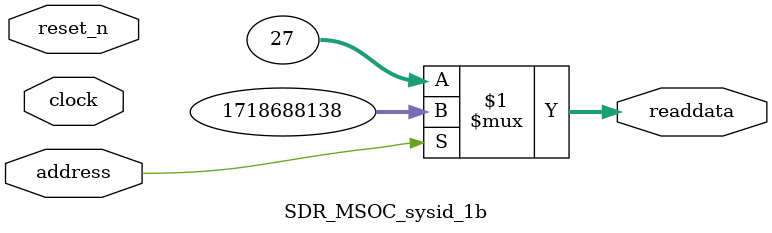
<source format=v>



// synthesis translate_off
`timescale 1ns / 1ps
// synthesis translate_on

// turn off superfluous verilog processor warnings 
// altera message_level Level1 
// altera message_off 10034 10035 10036 10037 10230 10240 10030 

module SDR_MSOC_sysid_1b (
               // inputs:
                address,
                clock,
                reset_n,

               // outputs:
                readdata
             )
;

  output  [ 31: 0] readdata;
  input            address;
  input            clock;
  input            reset_n;

  wire    [ 31: 0] readdata;
  //control_slave, which is an e_avalon_slave
  assign readdata = address ? 1718688138 : 27;

endmodule



</source>
